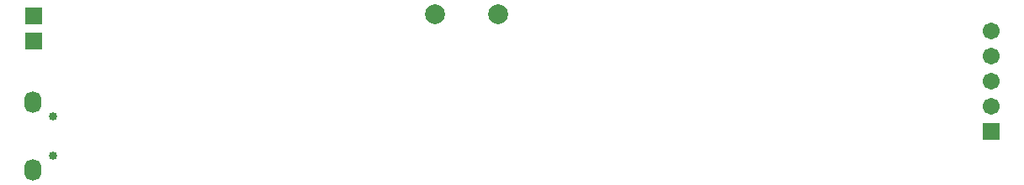
<source format=gbs>
%FSLAX25Y25*%
%MOIN*%
G70*
G01*
G75*
G04 Layer_Color=16711935*
%ADD10R,0.05118X0.15748*%
%ADD11R,0.03937X0.03150*%
%ADD12R,0.03150X0.03937*%
%ADD13R,0.01969X0.07874*%
%ADD14O,0.01969X0.07874*%
%ADD15R,0.06299X0.05906*%
%ADD16R,0.01575X0.03937*%
%ADD17R,0.03150X0.02559*%
%ADD18R,0.03937X0.04724*%
%ADD19R,0.04724X0.03937*%
%ADD20R,0.07874X0.04134*%
%ADD21R,0.26772X0.25984*%
%ADD22O,0.08500X0.02362*%
%ADD23R,0.08500X0.02362*%
%ADD24R,0.03937X0.01575*%
%ADD25R,0.04724X0.05906*%
%ADD26C,0.04724*%
%ADD27R,0.05118X0.01260*%
%ADD28R,0.05906X0.01378*%
%ADD29P,0.06392X8X22.5*%
G04:AMPARAMS|DCode=30|XSize=39.37mil|YSize=59.06mil|CornerRadius=0mil|HoleSize=0mil|Usage=FLASHONLY|Rotation=180.000|XOffset=0mil|YOffset=0mil|HoleType=Round|Shape=Octagon|*
%AMOCTAGOND30*
4,1,8,0.00984,-0.02953,-0.00984,-0.02953,-0.01969,-0.01969,-0.01969,0.01969,-0.00984,0.02953,0.00984,0.02953,0.01969,0.01969,0.01969,-0.01969,0.00984,-0.02953,0.0*
%
%ADD30OCTAGOND30*%

%ADD31C,0.01181*%
%ADD32C,0.03937*%
%ADD33C,0.03150*%
%ADD34C,0.01969*%
%ADD35C,0.02362*%
%ADD36C,0.00600*%
%ADD37R,0.04764X0.28031*%
%ADD38R,0.04646X0.26732*%
%ADD39R,0.07356X0.27834*%
%ADD40R,0.05236X0.08032*%
%ADD41R,0.07244X0.06654*%
%ADD42C,0.07087*%
%ADD43R,0.05906X0.05906*%
%ADD44C,0.05906*%
%ADD45R,0.05906X0.05906*%
%ADD46O,0.05906X0.07874*%
%ADD47C,0.02559*%
%ADD48C,0.01969*%
%ADD49C,0.00787*%
%ADD50C,0.00984*%
%ADD51C,0.00472*%
%ADD52C,0.00500*%
%ADD53C,0.00709*%
%ADD54C,0.00591*%
%ADD55C,0.00394*%
%ADD56R,0.05918X0.16548*%
%ADD57R,0.04737X0.03950*%
%ADD58R,0.03950X0.04737*%
%ADD59R,0.02769X0.08674*%
%ADD60O,0.02769X0.08674*%
%ADD61R,0.07099X0.06706*%
%ADD62R,0.02375X0.04737*%
%ADD63R,0.03950X0.03359*%
%ADD64R,0.04737X0.05524*%
%ADD65R,0.05524X0.04737*%
%ADD66R,0.08674X0.04934*%
%ADD67R,0.27572X0.26784*%
%ADD68O,0.09300X0.03162*%
%ADD69R,0.09300X0.03162*%
%ADD70R,0.04737X0.02375*%
%ADD71R,0.05524X0.06706*%
%ADD72C,0.05524*%
%ADD73R,0.05918X0.02060*%
%ADD74R,0.06706X0.02178*%
%ADD75P,0.07258X8X22.5*%
G04:AMPARAMS|DCode=76|XSize=47.37mil|YSize=67.06mil|CornerRadius=0mil|HoleSize=0mil|Usage=FLASHONLY|Rotation=180.000|XOffset=0mil|YOffset=0mil|HoleType=Round|Shape=Octagon|*
%AMOCTAGOND76*
4,1,8,0.01184,-0.03353,-0.01184,-0.03353,-0.02369,-0.02169,-0.02369,0.02169,-0.01184,0.03353,0.01184,0.03353,0.02369,0.02169,0.02369,-0.02169,0.01184,-0.03353,0.0*
%
%ADD76OCTAGOND76*%

%ADD77C,0.07887*%
%ADD78R,0.06706X0.06706*%
%ADD79C,0.06706*%
%ADD80R,0.06706X0.06706*%
%ADD81O,0.06706X0.08674*%
%ADD82C,0.03359*%
D77*
X165760Y69040D02*
D03*
X190563D02*
D03*
D78*
X6830Y58590D02*
D03*
Y68590D02*
D03*
D79*
X386160Y62340D02*
D03*
Y32340D02*
D03*
Y42340D02*
D03*
Y52340D02*
D03*
D80*
Y22340D02*
D03*
D81*
X6371Y34237D02*
D03*
X6449Y7198D02*
D03*
D82*
X14488Y28583D02*
D03*
Y12795D02*
D03*
M02*

</source>
